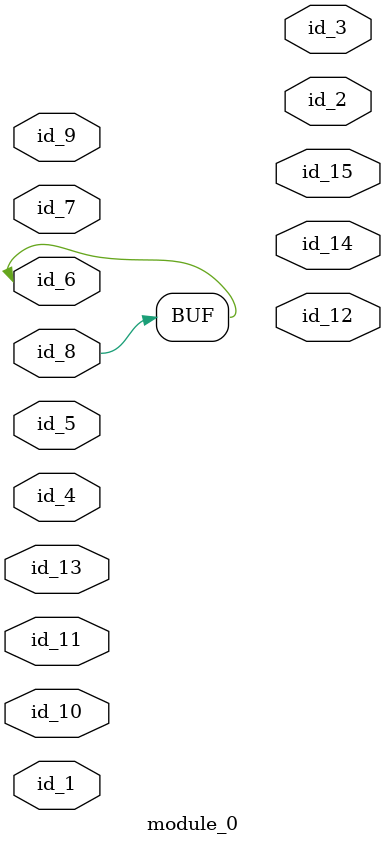
<source format=v>
`define pp_15 0
module module_0 (
    id_1,
    id_2,
    id_3,
    id_4,
    id_5,
    id_6,
    id_7,
    id_8,
    id_9,
    id_10,
    id_11,
    id_12,
    id_13,
    id_14,
    id_15
);
  output id_15;
  output id_14;
  inout id_13;
  output id_12;
  input id_11;
  inout id_10;
  inout id_9;
  input id_8;
  input id_7;
  inout id_6;
  inout id_5;
  inout id_4;
  output id_3;
  output id_2;
  input id_1;
  initial begin
    id_6[1'b0] <= id_8;
  end
endmodule

</source>
